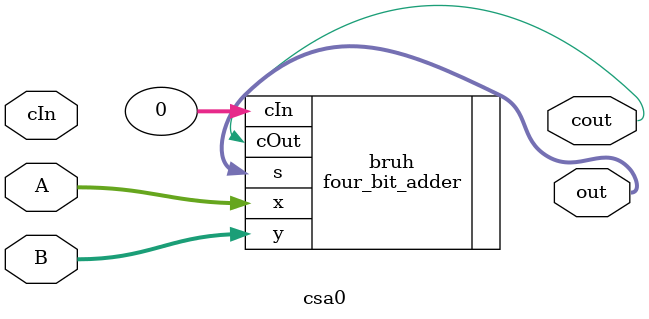
<source format=sv>
module csa0(input [3:0] A, input [3:0] B, input cIn, output logic [3:0] out, output logic cout);

	four_bit_adder bruh(.x(A[3:0]), .y(B[3:0]), .cIn(0), .s(out), .cOut(cout));
	
	
	
	
	
endmodule
</source>
